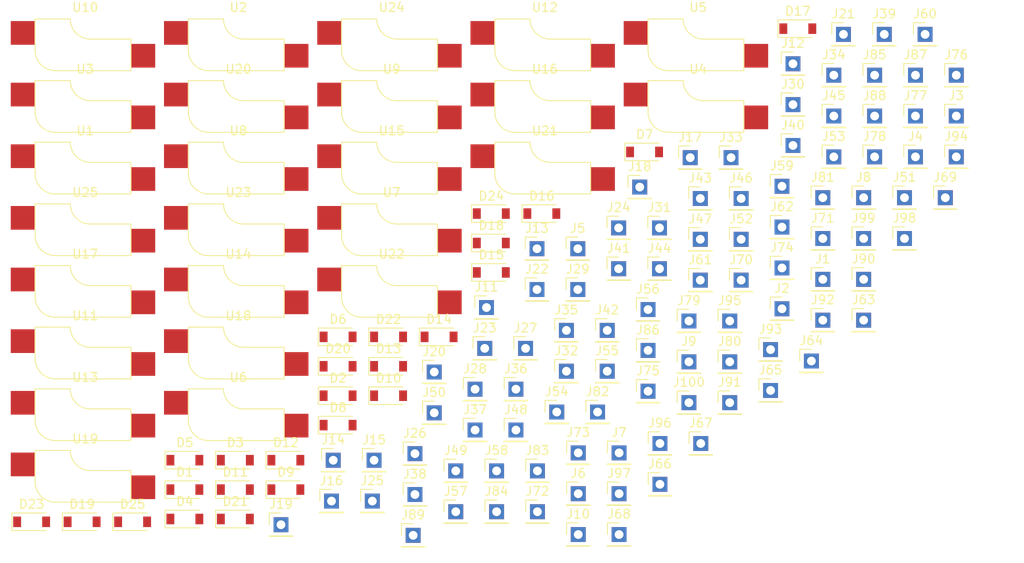
<source format=kicad_pcb>
(kicad_pcb (version 20171130) (host pcbnew "(5.1.10)-1")
  (layers (0 F.Cu signal) (31 B.Cu signal) (34 B.Paste user) (35 F.Paste user) (36 B.SilkS user) (37 F.SilkS user) (38 B.Mask user) (39 F.Mask user) (44 Edge.Cuts user))
  (net 0 "")
  (net 1 "Net-(D1-Pad2)")
  (net 2 R1)
  (net 3 "Net-(D2-Pad2)")
  (net 4 "Net-(D3-Pad2)")
  (net 5 "Net-(D4-Pad2)")
  (net 6 "Net-(D5-Pad2)")
  (net 7 "Net-(D6-Pad2)")
  (net 8 R2)
  (net 9 "Net-(D7-Pad2)")
  (net 10 "Net-(D8-Pad2)")
  (net 11 "Net-(D9-Pad2)")
  (net 12 "Net-(D10-Pad2)")
  (net 13 "Net-(D11-Pad2)")
  (net 14 R3)
  (net 15 "Net-(D12-Pad2)")
  (net 16 "Net-(D13-Pad2)")
  (net 17 "Net-(D14-Pad2)")
  (net 18 "Net-(D15-Pad2)")
  (net 19 "Net-(D16-Pad2)")
  (net 20 R4)
  (net 21 "Net-(D17-Pad2)")
  (net 22 "Net-(D18-Pad2)")
  (net 23 "Net-(D19-Pad2)")
  (net 24 "Net-(D20-Pad2)")
  (net 25 "Net-(D21-Pad2)")
  (net 26 R5)
  (net 27 "Net-(D22-Pad2)")
  (net 28 "Net-(D23-Pad2)")
  (net 29 "Net-(D24-Pad2)")
  (net 30 "Net-(D25-Pad2)")
  (net 31 C1)
  (net 32 C2)
  (net 33 C3)
  (net 34 C4)
  (net 35 C5)
  (module "hotswapsocket:hotswap socket" (layer F.Cu) (at 39.149999 49.055)
    (fp_text reference U25 (at 0 -5) (layer F.SilkS))
    (fp_text value switchsocket)
    (pad 2 smd rect (at -7.1 -2.1) (size 2.75 2.7) (layers F.Cu F.Paste F.Mask) (net 30 "Net-(D25-Pad2)"))
    (pad 1 smd rect (at 6.6 0.5) (size 2.75 2.7) (layers F.Cu F.Paste F.Mask) (net 35 C5))
    (pad "" np_thru_hole circle (at -3.35 -2.04) (size 3 3) (drill 3) (layers *.Cu *.Mask))
    (pad "" np_thru_hole circle (at 3 0.5) (size 3 3) (drill 3) (layers *.Cu *.Mask))
  )
  (module "hotswapsocket:hotswap socket" (layer F.Cu) (at 74.049999 27.995)
    (fp_text reference U24 (at 0 -5) (layer F.SilkS))
    (fp_text value switchsocket)
    (pad 2 smd rect (at -7.1 -2.1) (size 2.75 2.7) (layers F.Cu F.Paste F.Mask) (net 29 "Net-(D24-Pad2)"))
    (pad 1 smd rect (at 6.6 0.5) (size 2.75 2.7) (layers F.Cu F.Paste F.Mask) (net 34 C4))
    (pad "" np_thru_hole circle (at -3.35 -2.04) (size 3 3) (drill 3) (layers *.Cu *.Mask))
    (pad "" np_thru_hole circle (at 3 0.5) (size 3 3) (drill 3) (layers *.Cu *.Mask))
  )
  (module "hotswapsocket:hotswap socket" (layer F.Cu) (at 56.599999 49.055)
    (fp_text reference U23 (at 0 -5) (layer F.SilkS))
    (fp_text value switchsocket)
    (pad 2 smd rect (at -7.1 -2.1) (size 2.75 2.7) (layers F.Cu F.Paste F.Mask) (net 28 "Net-(D23-Pad2)"))
    (pad 1 smd rect (at 6.6 0.5) (size 2.75 2.7) (layers F.Cu F.Paste F.Mask) (net 33 C3))
    (pad "" np_thru_hole circle (at -3.35 -2.04) (size 3 3) (drill 3) (layers *.Cu *.Mask))
    (pad "" np_thru_hole circle (at 3 0.5) (size 3 3) (drill 3) (layers *.Cu *.Mask))
  )
  (module "hotswapsocket:hotswap socket" (layer F.Cu) (at 74.049999 56.075)
    (fp_text reference U22 (at 0 -5) (layer F.SilkS))
    (fp_text value switchsocket)
    (pad 2 smd rect (at -7.1 -2.1) (size 2.75 2.7) (layers F.Cu F.Paste F.Mask) (net 27 "Net-(D22-Pad2)"))
    (pad 1 smd rect (at 6.6 0.5) (size 2.75 2.7) (layers F.Cu F.Paste F.Mask) (net 32 C2))
    (pad "" np_thru_hole circle (at -3.35 -2.04) (size 3 3) (drill 3) (layers *.Cu *.Mask))
    (pad "" np_thru_hole circle (at 3 0.5) (size 3 3) (drill 3) (layers *.Cu *.Mask))
  )
  (module "hotswapsocket:hotswap socket" (layer F.Cu) (at 91.499999 42.035)
    (fp_text reference U21 (at 0 -5) (layer F.SilkS))
    (fp_text value switchsocket)
    (pad 2 smd rect (at -7.1 -2.1) (size 2.75 2.7) (layers F.Cu F.Paste F.Mask) (net 25 "Net-(D21-Pad2)"))
    (pad 1 smd rect (at 6.6 0.5) (size 2.75 2.7) (layers F.Cu F.Paste F.Mask) (net 31 C1))
    (pad "" np_thru_hole circle (at -3.35 -2.04) (size 3 3) (drill 3) (layers *.Cu *.Mask))
    (pad "" np_thru_hole circle (at 3 0.5) (size 3 3) (drill 3) (layers *.Cu *.Mask))
  )
  (module "hotswapsocket:hotswap socket" (layer F.Cu) (at 56.599999 35.015)
    (fp_text reference U20 (at 0 -5) (layer F.SilkS))
    (fp_text value switchsocket)
    (pad 2 smd rect (at -7.1 -2.1) (size 2.75 2.7) (layers F.Cu F.Paste F.Mask) (net 24 "Net-(D20-Pad2)"))
    (pad 1 smd rect (at 6.6 0.5) (size 2.75 2.7) (layers F.Cu F.Paste F.Mask) (net 35 C5))
    (pad "" np_thru_hole circle (at -3.35 -2.04) (size 3 3) (drill 3) (layers *.Cu *.Mask))
    (pad "" np_thru_hole circle (at 3 0.5) (size 3 3) (drill 3) (layers *.Cu *.Mask))
  )
  (module "hotswapsocket:hotswap socket" (layer F.Cu) (at 39.149999 77.135)
    (fp_text reference U19 (at 0 -5) (layer F.SilkS))
    (fp_text value switchsocket)
    (pad 2 smd rect (at -7.1 -2.1) (size 2.75 2.7) (layers F.Cu F.Paste F.Mask) (net 23 "Net-(D19-Pad2)"))
    (pad 1 smd rect (at 6.6 0.5) (size 2.75 2.7) (layers F.Cu F.Paste F.Mask) (net 34 C4))
    (pad "" np_thru_hole circle (at -3.35 -2.04) (size 3 3) (drill 3) (layers *.Cu *.Mask))
    (pad "" np_thru_hole circle (at 3 0.5) (size 3 3) (drill 3) (layers *.Cu *.Mask))
  )
  (module "hotswapsocket:hotswap socket" (layer F.Cu) (at 56.599999 63.095)
    (fp_text reference U18 (at 0 -5) (layer F.SilkS))
    (fp_text value switchsocket)
    (pad 2 smd rect (at -7.1 -2.1) (size 2.75 2.7) (layers F.Cu F.Paste F.Mask) (net 22 "Net-(D18-Pad2)"))
    (pad 1 smd rect (at 6.6 0.5) (size 2.75 2.7) (layers F.Cu F.Paste F.Mask) (net 33 C3))
    (pad "" np_thru_hole circle (at -3.35 -2.04) (size 3 3) (drill 3) (layers *.Cu *.Mask))
    (pad "" np_thru_hole circle (at 3 0.5) (size 3 3) (drill 3) (layers *.Cu *.Mask))
  )
  (module "hotswapsocket:hotswap socket" (layer F.Cu) (at 39.149999 56.075)
    (fp_text reference U17 (at 0 -5) (layer F.SilkS))
    (fp_text value switchsocket)
    (pad 2 smd rect (at -7.1 -2.1) (size 2.75 2.7) (layers F.Cu F.Paste F.Mask) (net 21 "Net-(D17-Pad2)"))
    (pad 1 smd rect (at 6.6 0.5) (size 2.75 2.7) (layers F.Cu F.Paste F.Mask) (net 32 C2))
    (pad "" np_thru_hole circle (at -3.35 -2.04) (size 3 3) (drill 3) (layers *.Cu *.Mask))
    (pad "" np_thru_hole circle (at 3 0.5) (size 3 3) (drill 3) (layers *.Cu *.Mask))
  )
  (module "hotswapsocket:hotswap socket" (layer F.Cu) (at 91.499999 35.015)
    (fp_text reference U16 (at 0 -5) (layer F.SilkS))
    (fp_text value switchsocket)
    (pad 2 smd rect (at -7.1 -2.1) (size 2.75 2.7) (layers F.Cu F.Paste F.Mask) (net 19 "Net-(D16-Pad2)"))
    (pad 1 smd rect (at 6.6 0.5) (size 2.75 2.7) (layers F.Cu F.Paste F.Mask) (net 31 C1))
    (pad "" np_thru_hole circle (at -3.35 -2.04) (size 3 3) (drill 3) (layers *.Cu *.Mask))
    (pad "" np_thru_hole circle (at 3 0.5) (size 3 3) (drill 3) (layers *.Cu *.Mask))
  )
  (module "hotswapsocket:hotswap socket" (layer F.Cu) (at 74.049999 42.035)
    (fp_text reference U15 (at 0 -5) (layer F.SilkS))
    (fp_text value switchsocket)
    (pad 2 smd rect (at -7.1 -2.1) (size 2.75 2.7) (layers F.Cu F.Paste F.Mask) (net 18 "Net-(D15-Pad2)"))
    (pad 1 smd rect (at 6.6 0.5) (size 2.75 2.7) (layers F.Cu F.Paste F.Mask) (net 35 C5))
    (pad "" np_thru_hole circle (at -3.35 -2.04) (size 3 3) (drill 3) (layers *.Cu *.Mask))
    (pad "" np_thru_hole circle (at 3 0.5) (size 3 3) (drill 3) (layers *.Cu *.Mask))
  )
  (module "hotswapsocket:hotswap socket" (layer F.Cu) (at 56.599999 56.075)
    (fp_text reference U14 (at 0 -5) (layer F.SilkS))
    (fp_text value switchsocket)
    (pad 2 smd rect (at -7.1 -2.1) (size 2.75 2.7) (layers F.Cu F.Paste F.Mask) (net 17 "Net-(D14-Pad2)"))
    (pad 1 smd rect (at 6.6 0.5) (size 2.75 2.7) (layers F.Cu F.Paste F.Mask) (net 34 C4))
    (pad "" np_thru_hole circle (at -3.35 -2.04) (size 3 3) (drill 3) (layers *.Cu *.Mask))
    (pad "" np_thru_hole circle (at 3 0.5) (size 3 3) (drill 3) (layers *.Cu *.Mask))
  )
  (module "hotswapsocket:hotswap socket" (layer F.Cu) (at 39.149999 70.115)
    (fp_text reference U13 (at 0 -5) (layer F.SilkS))
    (fp_text value switchsocket)
    (pad 2 smd rect (at -7.1 -2.1) (size 2.75 2.7) (layers F.Cu F.Paste F.Mask) (net 16 "Net-(D13-Pad2)"))
    (pad 1 smd rect (at 6.6 0.5) (size 2.75 2.7) (layers F.Cu F.Paste F.Mask) (net 33 C3))
    (pad "" np_thru_hole circle (at -3.35 -2.04) (size 3 3) (drill 3) (layers *.Cu *.Mask))
    (pad "" np_thru_hole circle (at 3 0.5) (size 3 3) (drill 3) (layers *.Cu *.Mask))
  )
  (module "hotswapsocket:hotswap socket" (layer F.Cu) (at 91.499999 27.995)
    (fp_text reference U12 (at 0 -5) (layer F.SilkS))
    (fp_text value switchsocket)
    (pad 2 smd rect (at -7.1 -2.1) (size 2.75 2.7) (layers F.Cu F.Paste F.Mask) (net 15 "Net-(D12-Pad2)"))
    (pad 1 smd rect (at 6.6 0.5) (size 2.75 2.7) (layers F.Cu F.Paste F.Mask) (net 32 C2))
    (pad "" np_thru_hole circle (at -3.35 -2.04) (size 3 3) (drill 3) (layers *.Cu *.Mask))
    (pad "" np_thru_hole circle (at 3 0.5) (size 3 3) (drill 3) (layers *.Cu *.Mask))
  )
  (module "hotswapsocket:hotswap socket" (layer F.Cu) (at 39.149999 63.095)
    (fp_text reference U11 (at 0 -5) (layer F.SilkS))
    (fp_text value switchsocket)
    (pad 2 smd rect (at -7.1 -2.1) (size 2.75 2.7) (layers F.Cu F.Paste F.Mask) (net 13 "Net-(D11-Pad2)"))
    (pad 1 smd rect (at 6.6 0.5) (size 2.75 2.7) (layers F.Cu F.Paste F.Mask) (net 31 C1))
    (pad "" np_thru_hole circle (at -3.35 -2.04) (size 3 3) (drill 3) (layers *.Cu *.Mask))
    (pad "" np_thru_hole circle (at 3 0.5) (size 3 3) (drill 3) (layers *.Cu *.Mask))
  )
  (module "hotswapsocket:hotswap socket" (layer F.Cu) (at 39.149999 27.995)
    (fp_text reference U10 (at 0 -5) (layer F.SilkS))
    (fp_text value switchsocket)
    (pad 2 smd rect (at -7.1 -2.1) (size 2.75 2.7) (layers F.Cu F.Paste F.Mask) (net 12 "Net-(D10-Pad2)"))
    (pad 1 smd rect (at 6.6 0.5) (size 2.75 2.7) (layers F.Cu F.Paste F.Mask) (net 35 C5))
    (pad "" np_thru_hole circle (at -3.35 -2.04) (size 3 3) (drill 3) (layers *.Cu *.Mask))
    (pad "" np_thru_hole circle (at 3 0.5) (size 3 3) (drill 3) (layers *.Cu *.Mask))
  )
  (module "hotswapsocket:hotswap socket" (layer F.Cu) (at 74.049999 35.015)
    (fp_text reference U9 (at 0 -5) (layer F.SilkS))
    (fp_text value switchsocket)
    (pad 2 smd rect (at -7.1 -2.1) (size 2.75 2.7) (layers F.Cu F.Paste F.Mask) (net 11 "Net-(D9-Pad2)"))
    (pad 1 smd rect (at 6.6 0.5) (size 2.75 2.7) (layers F.Cu F.Paste F.Mask) (net 34 C4))
    (pad "" np_thru_hole circle (at -3.35 -2.04) (size 3 3) (drill 3) (layers *.Cu *.Mask))
    (pad "" np_thru_hole circle (at 3 0.5) (size 3 3) (drill 3) (layers *.Cu *.Mask))
  )
  (module "hotswapsocket:hotswap socket" (layer F.Cu) (at 56.599999 42.035)
    (fp_text reference U8 (at 0 -5) (layer F.SilkS))
    (fp_text value switchsocket)
    (pad 2 smd rect (at -7.1 -2.1) (size 2.75 2.7) (layers F.Cu F.Paste F.Mask) (net 10 "Net-(D8-Pad2)"))
    (pad 1 smd rect (at 6.6 0.5) (size 2.75 2.7) (layers F.Cu F.Paste F.Mask) (net 33 C3))
    (pad "" np_thru_hole circle (at -3.35 -2.04) (size 3 3) (drill 3) (layers *.Cu *.Mask))
    (pad "" np_thru_hole circle (at 3 0.5) (size 3 3) (drill 3) (layers *.Cu *.Mask))
  )
  (module "hotswapsocket:hotswap socket" (layer F.Cu) (at 74.049999 49.055)
    (fp_text reference U7 (at 0 -5) (layer F.SilkS))
    (fp_text value switchsocket)
    (pad 2 smd rect (at -7.1 -2.1) (size 2.75 2.7) (layers F.Cu F.Paste F.Mask) (net 9 "Net-(D7-Pad2)"))
    (pad 1 smd rect (at 6.6 0.5) (size 2.75 2.7) (layers F.Cu F.Paste F.Mask) (net 32 C2))
    (pad "" np_thru_hole circle (at -3.35 -2.04) (size 3 3) (drill 3) (layers *.Cu *.Mask))
    (pad "" np_thru_hole circle (at 3 0.5) (size 3 3) (drill 3) (layers *.Cu *.Mask))
  )
  (module "hotswapsocket:hotswap socket" (layer F.Cu) (at 56.599999 70.115)
    (fp_text reference U6 (at 0 -5) (layer F.SilkS))
    (fp_text value switchsocket)
    (pad 2 smd rect (at -7.1 -2.1) (size 2.75 2.7) (layers F.Cu F.Paste F.Mask) (net 7 "Net-(D6-Pad2)"))
    (pad 1 smd rect (at 6.6 0.5) (size 2.75 2.7) (layers F.Cu F.Paste F.Mask) (net 31 C1))
    (pad "" np_thru_hole circle (at -3.35 -2.04) (size 3 3) (drill 3) (layers *.Cu *.Mask))
    (pad "" np_thru_hole circle (at 3 0.5) (size 3 3) (drill 3) (layers *.Cu *.Mask))
  )
  (module "hotswapsocket:hotswap socket" (layer F.Cu) (at 108.949999 27.995)
    (fp_text reference U5 (at 0 -5) (layer F.SilkS))
    (fp_text value switchsocket)
    (pad 2 smd rect (at -7.1 -2.1) (size 2.75 2.7) (layers F.Cu F.Paste F.Mask) (net 6 "Net-(D5-Pad2)"))
    (pad 1 smd rect (at 6.6 0.5) (size 2.75 2.7) (layers F.Cu F.Paste F.Mask) (net 35 C5))
    (pad "" np_thru_hole circle (at -3.35 -2.04) (size 3 3) (drill 3) (layers *.Cu *.Mask))
    (pad "" np_thru_hole circle (at 3 0.5) (size 3 3) (drill 3) (layers *.Cu *.Mask))
  )
  (module "hotswapsocket:hotswap socket" (layer F.Cu) (at 108.949999 35.015)
    (fp_text reference U4 (at 0 -5) (layer F.SilkS))
    (fp_text value switchsocket)
    (pad 2 smd rect (at -7.1 -2.1) (size 2.75 2.7) (layers F.Cu F.Paste F.Mask) (net 5 "Net-(D4-Pad2)"))
    (pad 1 smd rect (at 6.6 0.5) (size 2.75 2.7) (layers F.Cu F.Paste F.Mask) (net 34 C4))
    (pad "" np_thru_hole circle (at -3.35 -2.04) (size 3 3) (drill 3) (layers *.Cu *.Mask))
    (pad "" np_thru_hole circle (at 3 0.5) (size 3 3) (drill 3) (layers *.Cu *.Mask))
  )
  (module "hotswapsocket:hotswap socket" (layer F.Cu) (at 39.149999 35.015)
    (fp_text reference U3 (at 0 -5) (layer F.SilkS))
    (fp_text value switchsocket)
    (pad 2 smd rect (at -7.1 -2.1) (size 2.75 2.7) (layers F.Cu F.Paste F.Mask) (net 4 "Net-(D3-Pad2)"))
    (pad 1 smd rect (at 6.6 0.5) (size 2.75 2.7) (layers F.Cu F.Paste F.Mask) (net 33 C3))
    (pad "" np_thru_hole circle (at -3.35 -2.04) (size 3 3) (drill 3) (layers *.Cu *.Mask))
    (pad "" np_thru_hole circle (at 3 0.5) (size 3 3) (drill 3) (layers *.Cu *.Mask))
  )
  (module "hotswapsocket:hotswap socket" (layer F.Cu) (at 56.599999 27.995)
    (fp_text reference U2 (at 0 -5) (layer F.SilkS))
    (fp_text value switchsocket)
    (pad 2 smd rect (at -7.1 -2.1) (size 2.75 2.7) (layers F.Cu F.Paste F.Mask) (net 3 "Net-(D2-Pad2)"))
    (pad 1 smd rect (at 6.6 0.5) (size 2.75 2.7) (layers F.Cu F.Paste F.Mask) (net 32 C2))
    (pad "" np_thru_hole circle (at -3.35 -2.04) (size 3 3) (drill 3) (layers *.Cu *.Mask))
    (pad "" np_thru_hole circle (at 3 0.5) (size 3 3) (drill 3) (layers *.Cu *.Mask))
  )
  (module "hotswapsocket:hotswap socket" (layer F.Cu) (at 39.149999 42.035)
    (fp_text reference U1 (at 0 -5) (layer F.SilkS))
    (fp_text value switchsocket)
    (pad 2 smd rect (at -7.1 -2.1) (size 2.75 2.7) (layers F.Cu F.Paste F.Mask) (net 1 "Net-(D1-Pad2)"))
    (pad 1 smd rect (at 6.6 0.5) (size 2.75 2.7) (layers F.Cu F.Paste F.Mask) (net 31 C1))
    (pad "" np_thru_hole circle (at -3.35 -2.04) (size 3 3) (drill 3) (layers *.Cu *.Mask))
    (pad "" np_thru_hole circle (at 3 0.5) (size 3 3) (drill 3) (layers *.Cu *.Mask))
  )
  (module Connector_PinHeader_2.54mm:PinHeader_1x01_P2.54mm_Vertical (layer F.Cu) (at 107.9 68)
    (fp_text reference J100 (at 0 -2.33) (layer F.SilkS))
    (fp_text value Conn_01x01_Female)
    (pad 1 thru_hole rect (at 0 0) (size 1.7 1.7) (drill 1) (layers *.Cu *.Mask) (net 35 C5))
  )
  (module Connector_PinHeader_2.54mm:PinHeader_1x01_P2.54mm_Vertical (layer F.Cu) (at 127.8 49.31)
    (fp_text reference J99 (at 0 -2.33) (layer F.SilkS))
    (fp_text value Conn_01x01_Female)
    (pad 1 thru_hole rect (at 0 0) (size 1.7 1.7) (drill 1) (layers *.Cu *.Mask) (net 34 C4))
  )
  (module Connector_PinHeader_2.54mm:PinHeader_1x01_P2.54mm_Vertical (layer F.Cu) (at 132.45 49.31)
    (fp_text reference J98 (at 0 -2.33) (layer F.SilkS))
    (fp_text value Conn_01x01_Female)
    (pad 1 thru_hole rect (at 0 0) (size 1.7 1.7) (drill 1) (layers *.Cu *.Mask) (net 33 C3))
  )
  (module Connector_PinHeader_2.54mm:PinHeader_1x01_P2.54mm_Vertical (layer F.Cu) (at 99.95 78.37)
    (fp_text reference J97 (at 0 -2.33) (layer F.SilkS))
    (fp_text value Conn_01x01_Female)
    (pad 1 thru_hole rect (at 0 0) (size 1.7 1.7) (drill 1) (layers *.Cu *.Mask) (net 32 C2))
  )
  (module Connector_PinHeader_2.54mm:PinHeader_1x01_P2.54mm_Vertical (layer F.Cu) (at 104.6 72.65)
    (fp_text reference J96 (at 0 -2.33) (layer F.SilkS))
    (fp_text value Conn_01x01_Female)
    (pad 1 thru_hole rect (at 0 0) (size 1.7 1.7) (drill 1) (layers *.Cu *.Mask) (net 31 C1))
  )
  (module Connector_PinHeader_2.54mm:PinHeader_1x01_P2.54mm_Vertical (layer F.Cu) (at 112.55 58.7)
    (fp_text reference J95 (at 0 -2.33) (layer F.SilkS))
    (fp_text value Conn_01x01_Female)
    (pad 1 thru_hole rect (at 0 0) (size 1.7 1.7) (drill 1) (layers *.Cu *.Mask) (net 35 C5))
  )
  (module Connector_PinHeader_2.54mm:PinHeader_1x01_P2.54mm_Vertical (layer F.Cu) (at 138.35 40.01)
    (fp_text reference J94 (at 0 -2.33) (layer F.SilkS))
    (fp_text value Conn_01x01_Female)
    (pad 1 thru_hole rect (at 0 0) (size 1.7 1.7) (drill 1) (layers *.Cu *.Mask) (net 34 C4))
  )
  (module Connector_PinHeader_2.54mm:PinHeader_1x01_P2.54mm_Vertical (layer F.Cu) (at 117.2 61.96)
    (fp_text reference J93 (at 0 -2.33) (layer F.SilkS))
    (fp_text value Conn_01x01_Female)
    (pad 1 thru_hole rect (at 0 0) (size 1.7 1.7) (drill 1) (layers *.Cu *.Mask) (net 33 C3))
  )
  (module Connector_PinHeader_2.54mm:PinHeader_1x01_P2.54mm_Vertical (layer F.Cu) (at 123.15 58.61)
    (fp_text reference J92 (at 0 -2.33) (layer F.SilkS))
    (fp_text value Conn_01x01_Female)
    (pad 1 thru_hole rect (at 0 0) (size 1.7 1.7) (drill 1) (layers *.Cu *.Mask) (net 32 C2))
  )
  (module Connector_PinHeader_2.54mm:PinHeader_1x01_P2.54mm_Vertical (layer F.Cu) (at 112.55 68)
    (fp_text reference J91 (at 0 -2.33) (layer F.SilkS))
    (fp_text value Conn_01x01_Female)
    (pad 1 thru_hole rect (at 0 0) (size 1.7 1.7) (drill 1) (layers *.Cu *.Mask) (net 31 C1))
  )
  (module Connector_PinHeader_2.54mm:PinHeader_1x01_P2.54mm_Vertical (layer F.Cu) (at 127.8 53.96)
    (fp_text reference J90 (at 0 -2.33) (layer F.SilkS))
    (fp_text value Conn_01x01_Female)
    (pad 1 thru_hole rect (at 0 0) (size 1.7 1.7) (drill 1) (layers *.Cu *.Mask) (net 35 C5))
  )
  (module Connector_PinHeader_2.54mm:PinHeader_1x01_P2.54mm_Vertical (layer F.Cu) (at 76.5 83.11)
    (fp_text reference J89 (at 0 -2.33) (layer F.SilkS))
    (fp_text value Conn_01x01_Female)
    (pad 1 thru_hole rect (at 0 0) (size 1.7 1.7) (drill 1) (layers *.Cu *.Mask) (net 34 C4))
  )
  (module Connector_PinHeader_2.54mm:PinHeader_1x01_P2.54mm_Vertical (layer F.Cu) (at 129.05 35.36)
    (fp_text reference J88 (at 0 -2.33) (layer F.SilkS))
    (fp_text value Conn_01x01_Female)
    (pad 1 thru_hole rect (at 0 0) (size 1.7 1.7) (drill 1) (layers *.Cu *.Mask) (net 33 C3))
  )
  (module Connector_PinHeader_2.54mm:PinHeader_1x01_P2.54mm_Vertical (layer F.Cu) (at 133.7 30.71)
    (fp_text reference J87 (at 0 -2.33) (layer F.SilkS))
    (fp_text value Conn_01x01_Female)
    (pad 1 thru_hole rect (at 0 0) (size 1.7 1.7) (drill 1) (layers *.Cu *.Mask) (net 32 C2))
  )
  (module Connector_PinHeader_2.54mm:PinHeader_1x01_P2.54mm_Vertical (layer F.Cu) (at 103.25 62.05)
    (fp_text reference J86 (at 0 -2.33) (layer F.SilkS))
    (fp_text value Conn_01x01_Female)
    (pad 1 thru_hole rect (at 0 0) (size 1.7 1.7) (drill 1) (layers *.Cu *.Mask) (net 31 C1))
  )
  (module Connector_PinHeader_2.54mm:PinHeader_1x01_P2.54mm_Vertical (layer F.Cu) (at 129.05 30.71)
    (fp_text reference J85 (at 0 -2.33) (layer F.SilkS))
    (fp_text value Conn_01x01_Female)
    (pad 1 thru_hole rect (at 0 0) (size 1.7 1.7) (drill 1) (layers *.Cu *.Mask) (net 26 R5))
  )
  (module Connector_PinHeader_2.54mm:PinHeader_1x01_P2.54mm_Vertical (layer F.Cu) (at 86 80.42)
    (fp_text reference J84 (at 0 -2.33) (layer F.SilkS))
    (fp_text value Conn_01x01_Female)
    (pad 1 thru_hole rect (at 0 0) (size 1.7 1.7) (drill 1) (layers *.Cu *.Mask) (net 26 R5))
  )
  (module Connector_PinHeader_2.54mm:PinHeader_1x01_P2.54mm_Vertical (layer F.Cu) (at 90.65 75.77)
    (fp_text reference J83 (at 0 -2.33) (layer F.SilkS))
    (fp_text value Conn_01x01_Female)
    (pad 1 thru_hole rect (at 0 0) (size 1.7 1.7) (drill 1) (layers *.Cu *.Mask) (net 26 R5))
  )
  (module Connector_PinHeader_2.54mm:PinHeader_1x01_P2.54mm_Vertical (layer F.Cu) (at 97.5 69.07)
    (fp_text reference J82 (at 0 -2.33) (layer F.SilkS))
    (fp_text value Conn_01x01_Female)
    (pad 1 thru_hole rect (at 0 0) (size 1.7 1.7) (drill 1) (layers *.Cu *.Mask) (net 26 R5))
  )
  (module Connector_PinHeader_2.54mm:PinHeader_1x01_P2.54mm_Vertical (layer F.Cu) (at 123.15 44.66)
    (fp_text reference J81 (at 0 -2.33) (layer F.SilkS))
    (fp_text value Conn_01x01_Female)
    (pad 1 thru_hole rect (at 0 0) (size 1.7 1.7) (drill 1) (layers *.Cu *.Mask) (net 26 R5))
  )
  (module Connector_PinHeader_2.54mm:PinHeader_1x01_P2.54mm_Vertical (layer F.Cu) (at 112.55 63.35)
    (fp_text reference J80 (at 0 -2.33) (layer F.SilkS))
    (fp_text value Conn_01x01_Female)
    (pad 1 thru_hole rect (at 0 0) (size 1.7 1.7) (drill 1) (layers *.Cu *.Mask) (net 26 R5))
  )
  (module Connector_PinHeader_2.54mm:PinHeader_1x01_P2.54mm_Vertical (layer F.Cu) (at 107.9 58.7)
    (fp_text reference J79 (at 0 -2.33) (layer F.SilkS))
    (fp_text value Conn_01x01_Female)
    (pad 1 thru_hole rect (at 0 0) (size 1.7 1.7) (drill 1) (layers *.Cu *.Mask) (net 26 R5))
  )
  (module Connector_PinHeader_2.54mm:PinHeader_1x01_P2.54mm_Vertical (layer F.Cu) (at 129.05 40.01)
    (fp_text reference J78 (at 0 -2.33) (layer F.SilkS))
    (fp_text value Conn_01x01_Female)
    (pad 1 thru_hole rect (at 0 0) (size 1.7 1.7) (drill 1) (layers *.Cu *.Mask) (net 26 R5))
  )
  (module Connector_PinHeader_2.54mm:PinHeader_1x01_P2.54mm_Vertical (layer F.Cu) (at 133.7 35.36)
    (fp_text reference J77 (at 0 -2.33) (layer F.SilkS))
    (fp_text value Conn_01x01_Female)
    (pad 1 thru_hole rect (at 0 0) (size 1.7 1.7) (drill 1) (layers *.Cu *.Mask) (net 26 R5))
  )
  (module Connector_PinHeader_2.54mm:PinHeader_1x01_P2.54mm_Vertical (layer F.Cu) (at 138.35 30.71)
    (fp_text reference J76 (at 0 -2.33) (layer F.SilkS))
    (fp_text value Conn_01x01_Female)
    (pad 1 thru_hole rect (at 0 0) (size 1.7 1.7) (drill 1) (layers *.Cu *.Mask) (net 26 R5))
  )
  (module Connector_PinHeader_2.54mm:PinHeader_1x01_P2.54mm_Vertical (layer F.Cu) (at 103.25 66.7)
    (fp_text reference J75 (at 0 -2.33) (layer F.SilkS))
    (fp_text value Conn_01x01_Female)
    (pad 1 thru_hole rect (at 0 0) (size 1.7 1.7) (drill 1) (layers *.Cu *.Mask) (net 35 C5))
  )
  (module Connector_PinHeader_2.54mm:PinHeader_1x01_P2.54mm_Vertical (layer F.Cu) (at 118.5 52.66)
    (fp_text reference J74 (at 0 -2.33) (layer F.SilkS))
    (fp_text value Conn_01x01_Female)
    (pad 1 thru_hole rect (at 0 0) (size 1.7 1.7) (drill 1) (layers *.Cu *.Mask) (net 34 C4))
  )
  (module Connector_PinHeader_2.54mm:PinHeader_1x01_P2.54mm_Vertical (layer F.Cu) (at 95.3 73.72)
    (fp_text reference J73 (at 0 -2.33) (layer F.SilkS))
    (fp_text value Conn_01x01_Female)
    (pad 1 thru_hole rect (at 0 0) (size 1.7 1.7) (drill 1) (layers *.Cu *.Mask) (net 33 C3))
  )
  (module Connector_PinHeader_2.54mm:PinHeader_1x01_P2.54mm_Vertical (layer F.Cu) (at 90.65 80.42)
    (fp_text reference J72 (at 0 -2.33) (layer F.SilkS))
    (fp_text value Conn_01x01_Female)
    (pad 1 thru_hole rect (at 0 0) (size 1.7 1.7) (drill 1) (layers *.Cu *.Mask) (net 32 C2))
  )
  (module Connector_PinHeader_2.54mm:PinHeader_1x01_P2.54mm_Vertical (layer F.Cu) (at 123.15 49.31)
    (fp_text reference J71 (at 0 -2.33) (layer F.SilkS))
    (fp_text value Conn_01x01_Female)
    (pad 1 thru_hole rect (at 0 0) (size 1.7 1.7) (drill 1) (layers *.Cu *.Mask) (net 31 C1))
  )
  (module Connector_PinHeader_2.54mm:PinHeader_1x01_P2.54mm_Vertical (layer F.Cu) (at 113.85 54.05)
    (fp_text reference J70 (at 0 -2.33) (layer F.SilkS))
    (fp_text value Conn_01x01_Female)
    (pad 1 thru_hole rect (at 0 0) (size 1.7 1.7) (drill 1) (layers *.Cu *.Mask) (net 35 C5))
  )
  (module Connector_PinHeader_2.54mm:PinHeader_1x01_P2.54mm_Vertical (layer F.Cu) (at 137.1 44.66)
    (fp_text reference J69 (at 0 -2.33) (layer F.SilkS))
    (fp_text value Conn_01x01_Female)
    (pad 1 thru_hole rect (at 0 0) (size 1.7 1.7) (drill 1) (layers *.Cu *.Mask) (net 34 C4))
  )
  (module Connector_PinHeader_2.54mm:PinHeader_1x01_P2.54mm_Vertical (layer F.Cu) (at 99.95 83.02)
    (fp_text reference J68 (at 0 -2.33) (layer F.SilkS))
    (fp_text value Conn_01x01_Female)
    (pad 1 thru_hole rect (at 0 0) (size 1.7 1.7) (drill 1) (layers *.Cu *.Mask) (net 33 C3))
  )
  (module Connector_PinHeader_2.54mm:PinHeader_1x01_P2.54mm_Vertical (layer F.Cu) (at 109.25 72.65)
    (fp_text reference J67 (at 0 -2.33) (layer F.SilkS))
    (fp_text value Conn_01x01_Female)
    (pad 1 thru_hole rect (at 0 0) (size 1.7 1.7) (drill 1) (layers *.Cu *.Mask) (net 32 C2))
  )
  (module Connector_PinHeader_2.54mm:PinHeader_1x01_P2.54mm_Vertical (layer F.Cu) (at 104.6 77.3)
    (fp_text reference J66 (at 0 -2.33) (layer F.SilkS))
    (fp_text value Conn_01x01_Female)
    (pad 1 thru_hole rect (at 0 0) (size 1.7 1.7) (drill 1) (layers *.Cu *.Mask) (net 31 C1))
  )
  (module Connector_PinHeader_2.54mm:PinHeader_1x01_P2.54mm_Vertical (layer F.Cu) (at 117.2 66.61)
    (fp_text reference J65 (at 0 -2.33) (layer F.SilkS))
    (fp_text value Conn_01x01_Female)
    (pad 1 thru_hole rect (at 0 0) (size 1.7 1.7) (drill 1) (layers *.Cu *.Mask) (net 20 R4))
  )
  (module Connector_PinHeader_2.54mm:PinHeader_1x01_P2.54mm_Vertical (layer F.Cu) (at 121.85 63.26)
    (fp_text reference J64 (at 0 -2.33) (layer F.SilkS))
    (fp_text value Conn_01x01_Female)
    (pad 1 thru_hole rect (at 0 0) (size 1.7 1.7) (drill 1) (layers *.Cu *.Mask) (net 20 R4))
  )
  (module Connector_PinHeader_2.54mm:PinHeader_1x01_P2.54mm_Vertical (layer F.Cu) (at 127.8 58.61)
    (fp_text reference J63 (at 0 -2.33) (layer F.SilkS))
    (fp_text value Conn_01x01_Female)
    (pad 1 thru_hole rect (at 0 0) (size 1.7 1.7) (drill 1) (layers *.Cu *.Mask) (net 20 R4))
  )
  (module Connector_PinHeader_2.54mm:PinHeader_1x01_P2.54mm_Vertical (layer F.Cu) (at 118.5 48.01)
    (fp_text reference J62 (at 0 -2.33) (layer F.SilkS))
    (fp_text value Conn_01x01_Female)
    (pad 1 thru_hole rect (at 0 0) (size 1.7 1.7) (drill 1) (layers *.Cu *.Mask) (net 20 R4))
  )
  (module Connector_PinHeader_2.54mm:PinHeader_1x01_P2.54mm_Vertical (layer F.Cu) (at 109.2 54.05)
    (fp_text reference J61 (at 0 -2.33) (layer F.SilkS))
    (fp_text value Conn_01x01_Female)
    (pad 1 thru_hole rect (at 0 0) (size 1.7 1.7) (drill 1) (layers *.Cu *.Mask) (net 20 R4))
  )
  (module Connector_PinHeader_2.54mm:PinHeader_1x01_P2.54mm_Vertical (layer F.Cu) (at 134.8 26.06)
    (fp_text reference J60 (at 0 -2.33) (layer F.SilkS))
    (fp_text value Conn_01x01_Female)
    (pad 1 thru_hole rect (at 0 0) (size 1.7 1.7) (drill 1) (layers *.Cu *.Mask) (net 20 R4))
  )
  (module Connector_PinHeader_2.54mm:PinHeader_1x01_P2.54mm_Vertical (layer F.Cu) (at 118.5 43.36)
    (fp_text reference J59 (at 0 -2.33) (layer F.SilkS))
    (fp_text value Conn_01x01_Female)
    (pad 1 thru_hole rect (at 0 0) (size 1.7 1.7) (drill 1) (layers *.Cu *.Mask) (net 20 R4))
  )
  (module Connector_PinHeader_2.54mm:PinHeader_1x01_P2.54mm_Vertical (layer F.Cu) (at 86 75.77)
    (fp_text reference J58 (at 0 -2.33) (layer F.SilkS))
    (fp_text value Conn_01x01_Female)
    (pad 1 thru_hole rect (at 0 0) (size 1.7 1.7) (drill 1) (layers *.Cu *.Mask) (net 20 R4))
  )
  (module Connector_PinHeader_2.54mm:PinHeader_1x01_P2.54mm_Vertical (layer F.Cu) (at 81.35 80.42)
    (fp_text reference J57 (at 0 -2.33) (layer F.SilkS))
    (fp_text value Conn_01x01_Female)
    (pad 1 thru_hole rect (at 0 0) (size 1.7 1.7) (drill 1) (layers *.Cu *.Mask) (net 20 R4))
  )
  (module Connector_PinHeader_2.54mm:PinHeader_1x01_P2.54mm_Vertical (layer F.Cu) (at 103.25 57.4)
    (fp_text reference J56 (at 0 -2.33) (layer F.SilkS))
    (fp_text value Conn_01x01_Female)
    (pad 1 thru_hole rect (at 0 0) (size 1.7 1.7) (drill 1) (layers *.Cu *.Mask) (net 20 R4))
  )
  (module Connector_PinHeader_2.54mm:PinHeader_1x01_P2.54mm_Vertical (layer F.Cu) (at 98.6 64.42)
    (fp_text reference J55 (at 0 -2.33) (layer F.SilkS))
    (fp_text value Conn_01x01_Female)
    (pad 1 thru_hole rect (at 0 0) (size 1.7 1.7) (drill 1) (layers *.Cu *.Mask) (net 35 C5))
  )
  (module Connector_PinHeader_2.54mm:PinHeader_1x01_P2.54mm_Vertical (layer F.Cu) (at 92.85 69.07)
    (fp_text reference J54 (at 0 -2.33) (layer F.SilkS))
    (fp_text value Conn_01x01_Female)
    (pad 1 thru_hole rect (at 0 0) (size 1.7 1.7) (drill 1) (layers *.Cu *.Mask) (net 34 C4))
  )
  (module Connector_PinHeader_2.54mm:PinHeader_1x01_P2.54mm_Vertical (layer F.Cu) (at 124.4 40.01)
    (fp_text reference J53 (at 0 -2.33) (layer F.SilkS))
    (fp_text value Conn_01x01_Female)
    (pad 1 thru_hole rect (at 0 0) (size 1.7 1.7) (drill 1) (layers *.Cu *.Mask) (net 33 C3))
  )
  (module Connector_PinHeader_2.54mm:PinHeader_1x01_P2.54mm_Vertical (layer F.Cu) (at 113.85 49.4)
    (fp_text reference J52 (at 0 -2.33) (layer F.SilkS))
    (fp_text value Conn_01x01_Female)
    (pad 1 thru_hole rect (at 0 0) (size 1.7 1.7) (drill 1) (layers *.Cu *.Mask) (net 32 C2))
  )
  (module Connector_PinHeader_2.54mm:PinHeader_1x01_P2.54mm_Vertical (layer F.Cu) (at 132.45 44.66)
    (fp_text reference J51 (at 0 -2.33) (layer F.SilkS))
    (fp_text value Conn_01x01_Female)
    (pad 1 thru_hole rect (at 0 0) (size 1.7 1.7) (drill 1) (layers *.Cu *.Mask) (net 31 C1))
  )
  (module Connector_PinHeader_2.54mm:PinHeader_1x01_P2.54mm_Vertical (layer F.Cu) (at 78.9 69.16)
    (fp_text reference J50 (at 0 -2.33) (layer F.SilkS))
    (fp_text value Conn_01x01_Female)
    (pad 1 thru_hole rect (at 0 0) (size 1.7 1.7) (drill 1) (layers *.Cu *.Mask) (net 35 C5))
  )
  (module Connector_PinHeader_2.54mm:PinHeader_1x01_P2.54mm_Vertical (layer F.Cu) (at 81.35 75.77)
    (fp_text reference J49 (at 0 -2.33) (layer F.SilkS))
    (fp_text value Conn_01x01_Female)
    (pad 1 thru_hole rect (at 0 0) (size 1.7 1.7) (drill 1) (layers *.Cu *.Mask) (net 34 C4))
  )
  (module Connector_PinHeader_2.54mm:PinHeader_1x01_P2.54mm_Vertical (layer F.Cu) (at 88.2 71.12)
    (fp_text reference J48 (at 0 -2.33) (layer F.SilkS))
    (fp_text value Conn_01x01_Female)
    (pad 1 thru_hole rect (at 0 0) (size 1.7 1.7) (drill 1) (layers *.Cu *.Mask) (net 33 C3))
  )
  (module Connector_PinHeader_2.54mm:PinHeader_1x01_P2.54mm_Vertical (layer F.Cu) (at 109.2 49.4)
    (fp_text reference J47 (at 0 -2.33) (layer F.SilkS))
    (fp_text value Conn_01x01_Female)
    (pad 1 thru_hole rect (at 0 0) (size 1.7 1.7) (drill 1) (layers *.Cu *.Mask) (net 32 C2))
  )
  (module Connector_PinHeader_2.54mm:PinHeader_1x01_P2.54mm_Vertical (layer F.Cu) (at 113.85 44.75)
    (fp_text reference J46 (at 0 -2.33) (layer F.SilkS))
    (fp_text value Conn_01x01_Female)
    (pad 1 thru_hole rect (at 0 0) (size 1.7 1.7) (drill 1) (layers *.Cu *.Mask) (net 31 C1))
  )
  (module Connector_PinHeader_2.54mm:PinHeader_1x01_P2.54mm_Vertical (layer F.Cu) (at 124.4 35.36)
    (fp_text reference J45 (at 0 -2.33) (layer F.SilkS))
    (fp_text value Conn_01x01_Female)
    (pad 1 thru_hole rect (at 0 0) (size 1.7 1.7) (drill 1) (layers *.Cu *.Mask) (net 14 R3))
  )
  (module Connector_PinHeader_2.54mm:PinHeader_1x01_P2.54mm_Vertical (layer F.Cu) (at 104.55 52.75)
    (fp_text reference J44 (at 0 -2.33) (layer F.SilkS))
    (fp_text value Conn_01x01_Female)
    (pad 1 thru_hole rect (at 0 0) (size 1.7 1.7) (drill 1) (layers *.Cu *.Mask) (net 14 R3))
  )
  (module Connector_PinHeader_2.54mm:PinHeader_1x01_P2.54mm_Vertical (layer F.Cu) (at 109.2 44.75)
    (fp_text reference J43 (at 0 -2.33) (layer F.SilkS))
    (fp_text value Conn_01x01_Female)
    (pad 1 thru_hole rect (at 0 0) (size 1.7 1.7) (drill 1) (layers *.Cu *.Mask) (net 14 R3))
  )
  (module Connector_PinHeader_2.54mm:PinHeader_1x01_P2.54mm_Vertical (layer F.Cu) (at 98.6 59.77)
    (fp_text reference J42 (at 0 -2.33) (layer F.SilkS))
    (fp_text value Conn_01x01_Female)
    (pad 1 thru_hole rect (at 0 0) (size 1.7 1.7) (drill 1) (layers *.Cu *.Mask) (net 14 R3))
  )
  (module Connector_PinHeader_2.54mm:PinHeader_1x01_P2.54mm_Vertical (layer F.Cu) (at 99.9 52.75)
    (fp_text reference J41 (at 0 -2.33) (layer F.SilkS))
    (fp_text value Conn_01x01_Female)
    (pad 1 thru_hole rect (at 0 0) (size 1.7 1.7) (drill 1) (layers *.Cu *.Mask) (net 14 R3))
  )
  (module Connector_PinHeader_2.54mm:PinHeader_1x01_P2.54mm_Vertical (layer F.Cu) (at 119.75 38.71)
    (fp_text reference J40 (at 0 -2.33) (layer F.SilkS))
    (fp_text value Conn_01x01_Female)
    (pad 1 thru_hole rect (at 0 0) (size 1.7 1.7) (drill 1) (layers *.Cu *.Mask) (net 14 R3))
  )
  (module Connector_PinHeader_2.54mm:PinHeader_1x01_P2.54mm_Vertical (layer F.Cu) (at 130.15 26.06)
    (fp_text reference J39 (at 0 -2.33) (layer F.SilkS))
    (fp_text value Conn_01x01_Female)
    (pad 1 thru_hole rect (at 0 0) (size 1.7 1.7) (drill 1) (layers *.Cu *.Mask) (net 14 R3))
  )
  (module Connector_PinHeader_2.54mm:PinHeader_1x01_P2.54mm_Vertical (layer F.Cu) (at 76.7 78.46)
    (fp_text reference J38 (at 0 -2.33) (layer F.SilkS))
    (fp_text value Conn_01x01_Female)
    (pad 1 thru_hole rect (at 0 0) (size 1.7 1.7) (drill 1) (layers *.Cu *.Mask) (net 14 R3))
  )
  (module Connector_PinHeader_2.54mm:PinHeader_1x01_P2.54mm_Vertical (layer F.Cu) (at 83.55 71.12)
    (fp_text reference J37 (at 0 -2.33) (layer F.SilkS))
    (fp_text value Conn_01x01_Female)
    (pad 1 thru_hole rect (at 0 0) (size 1.7 1.7) (drill 1) (layers *.Cu *.Mask) (net 14 R3))
  )
  (module Connector_PinHeader_2.54mm:PinHeader_1x01_P2.54mm_Vertical (layer F.Cu) (at 88.2 66.47)
    (fp_text reference J36 (at 0 -2.33) (layer F.SilkS))
    (fp_text value Conn_01x01_Female)
    (pad 1 thru_hole rect (at 0 0) (size 1.7 1.7) (drill 1) (layers *.Cu *.Mask) (net 14 R3))
  )
  (module Connector_PinHeader_2.54mm:PinHeader_1x01_P2.54mm_Vertical (layer F.Cu) (at 93.95 59.77)
    (fp_text reference J35 (at 0 -2.33) (layer F.SilkS))
    (fp_text value Conn_01x01_Female)
    (pad 1 thru_hole rect (at 0 0) (size 1.7 1.7) (drill 1) (layers *.Cu *.Mask) (net 35 C5))
  )
  (module Connector_PinHeader_2.54mm:PinHeader_1x01_P2.54mm_Vertical (layer F.Cu) (at 124.4 30.71)
    (fp_text reference J34 (at 0 -2.33) (layer F.SilkS))
    (fp_text value Conn_01x01_Female)
    (pad 1 thru_hole rect (at 0 0) (size 1.7 1.7) (drill 1) (layers *.Cu *.Mask) (net 34 C4))
  )
  (module Connector_PinHeader_2.54mm:PinHeader_1x01_P2.54mm_Vertical (layer F.Cu) (at 112.7 40.1)
    (fp_text reference J33 (at 0 -2.33) (layer F.SilkS))
    (fp_text value Conn_01x01_Female)
    (pad 1 thru_hole rect (at 0 0) (size 1.7 1.7) (drill 1) (layers *.Cu *.Mask) (net 33 C3))
  )
  (module Connector_PinHeader_2.54mm:PinHeader_1x01_P2.54mm_Vertical (layer F.Cu) (at 93.95 64.42)
    (fp_text reference J32 (at 0 -2.33) (layer F.SilkS))
    (fp_text value Conn_01x01_Female)
    (pad 1 thru_hole rect (at 0 0) (size 1.7 1.7) (drill 1) (layers *.Cu *.Mask) (net 32 C2))
  )
  (module Connector_PinHeader_2.54mm:PinHeader_1x01_P2.54mm_Vertical (layer F.Cu) (at 104.55 48.1)
    (fp_text reference J31 (at 0 -2.33) (layer F.SilkS))
    (fp_text value Conn_01x01_Female)
    (pad 1 thru_hole rect (at 0 0) (size 1.7 1.7) (drill 1) (layers *.Cu *.Mask) (net 31 C1))
  )
  (module Connector_PinHeader_2.54mm:PinHeader_1x01_P2.54mm_Vertical (layer F.Cu) (at 119.75 34.06)
    (fp_text reference J30 (at 0 -2.33) (layer F.SilkS))
    (fp_text value Conn_01x01_Female)
    (pad 1 thru_hole rect (at 0 0) (size 1.7 1.7) (drill 1) (layers *.Cu *.Mask) (net 8 R2))
  )
  (module Connector_PinHeader_2.54mm:PinHeader_1x01_P2.54mm_Vertical (layer F.Cu) (at 95.25 55.12)
    (fp_text reference J29 (at 0 -2.33) (layer F.SilkS))
    (fp_text value Conn_01x01_Female)
    (pad 1 thru_hole rect (at 0 0) (size 1.7 1.7) (drill 1) (layers *.Cu *.Mask) (net 8 R2))
  )
  (module Connector_PinHeader_2.54mm:PinHeader_1x01_P2.54mm_Vertical (layer F.Cu) (at 83.55 66.47)
    (fp_text reference J28 (at 0 -2.33) (layer F.SilkS))
    (fp_text value Conn_01x01_Female)
    (pad 1 thru_hole rect (at 0 0) (size 1.7 1.7) (drill 1) (layers *.Cu *.Mask) (net 35 C5))
  )
  (module Connector_PinHeader_2.54mm:PinHeader_1x01_P2.54mm_Vertical (layer F.Cu) (at 89.3 61.82)
    (fp_text reference J27 (at 0 -2.33) (layer F.SilkS))
    (fp_text value Conn_01x01_Female)
    (pad 1 thru_hole rect (at 0 0) (size 1.7 1.7) (drill 1) (layers *.Cu *.Mask) (net 8 R2))
  )
  (module Connector_PinHeader_2.54mm:PinHeader_1x01_P2.54mm_Vertical (layer F.Cu) (at 76.7 73.81)
    (fp_text reference J26 (at 0 -2.33) (layer F.SilkS))
    (fp_text value Conn_01x01_Female)
    (pad 1 thru_hole rect (at 0 0) (size 1.7 1.7) (drill 1) (layers *.Cu *.Mask) (net 8 R2))
  )
  (module Connector_PinHeader_2.54mm:PinHeader_1x01_P2.54mm_Vertical (layer F.Cu) (at 71.85 79.21)
    (fp_text reference J25 (at 0 -2.33) (layer F.SilkS))
    (fp_text value Conn_01x01_Female)
    (pad 1 thru_hole rect (at 0 0) (size 1.7 1.7) (drill 1) (layers *.Cu *.Mask) (net 34 C4))
  )
  (module Connector_PinHeader_2.54mm:PinHeader_1x01_P2.54mm_Vertical (layer F.Cu) (at 99.9 48.1)
    (fp_text reference J24 (at 0 -2.33) (layer F.SilkS))
    (fp_text value Conn_01x01_Female)
    (pad 1 thru_hole rect (at 0 0) (size 1.7 1.7) (drill 1) (layers *.Cu *.Mask) (net 8 R2))
  )
  (module Connector_PinHeader_2.54mm:PinHeader_1x01_P2.54mm_Vertical (layer F.Cu) (at 84.65 61.82)
    (fp_text reference J23 (at 0 -2.33) (layer F.SilkS))
    (fp_text value Conn_01x01_Female)
    (pad 1 thru_hole rect (at 0 0) (size 1.7 1.7) (drill 1) (layers *.Cu *.Mask) (net 8 R2))
  )
  (module Connector_PinHeader_2.54mm:PinHeader_1x01_P2.54mm_Vertical (layer F.Cu) (at 90.6 55.12)
    (fp_text reference J22 (at 0 -2.33) (layer F.SilkS))
    (fp_text value Conn_01x01_Female)
    (pad 1 thru_hole rect (at 0 0) (size 1.7 1.7) (drill 1) (layers *.Cu *.Mask) (net 33 C3))
  )
  (module Connector_PinHeader_2.54mm:PinHeader_1x01_P2.54mm_Vertical (layer F.Cu) (at 125.5 26.06)
    (fp_text reference J21 (at 0 -2.33) (layer F.SilkS))
    (fp_text value Conn_01x01_Female)
    (pad 1 thru_hole rect (at 0 0) (size 1.7 1.7) (drill 1) (layers *.Cu *.Mask) (net 8 R2))
  )
  (module Connector_PinHeader_2.54mm:PinHeader_1x01_P2.54mm_Vertical (layer F.Cu) (at 78.9 64.51)
    (fp_text reference J20 (at 0 -2.33) (layer F.SilkS))
    (fp_text value Conn_01x01_Female)
    (pad 1 thru_hole rect (at 0 0) (size 1.7 1.7) (drill 1) (layers *.Cu *.Mask) (net 8 R2))
  )
  (module Connector_PinHeader_2.54mm:PinHeader_1x01_P2.54mm_Vertical (layer F.Cu) (at 61.45 81.9)
    (fp_text reference J19 (at 0 -2.33) (layer F.SilkS))
    (fp_text value Conn_01x01_Female)
    (pad 1 thru_hole rect (at 0 0) (size 1.7 1.7) (drill 1) (layers *.Cu *.Mask) (net 32 C2))
  )
  (module Connector_PinHeader_2.54mm:PinHeader_1x01_P2.54mm_Vertical (layer F.Cu) (at 102.3 43.45)
    (fp_text reference J18 (at 0 -2.33) (layer F.SilkS))
    (fp_text value Conn_01x01_Female)
    (pad 1 thru_hole rect (at 0 0) (size 1.7 1.7) (drill 1) (layers *.Cu *.Mask) (net 8 R2))
  )
  (module Connector_PinHeader_2.54mm:PinHeader_1x01_P2.54mm_Vertical (layer F.Cu) (at 108.05 40.1)
    (fp_text reference J17 (at 0 -2.33) (layer F.SilkS))
    (fp_text value Conn_01x01_Female)
    (pad 1 thru_hole rect (at 0 0) (size 1.7 1.7) (drill 1) (layers *.Cu *.Mask) (net 8 R2))
  )
  (module Connector_PinHeader_2.54mm:PinHeader_1x01_P2.54mm_Vertical (layer F.Cu) (at 67.2 79.21)
    (fp_text reference J16 (at 0 -2.33) (layer F.SilkS))
    (fp_text value Conn_01x01_Female)
    (pad 1 thru_hole rect (at 0 0) (size 1.7 1.7) (drill 1) (layers *.Cu *.Mask) (net 31 C1))
  )
  (module Connector_PinHeader_2.54mm:PinHeader_1x01_P2.54mm_Vertical (layer F.Cu) (at 72.05 74.56)
    (fp_text reference J15 (at 0 -2.33) (layer F.SilkS))
    (fp_text value Conn_01x01_Female)
    (pad 1 thru_hole rect (at 0 0) (size 1.7 1.7) (drill 1) (layers *.Cu *.Mask) (net 35 C5))
  )
  (module Connector_PinHeader_2.54mm:PinHeader_1x01_P2.54mm_Vertical (layer F.Cu) (at 67.4 74.56)
    (fp_text reference J14 (at 0 -2.33) (layer F.SilkS))
    (fp_text value Conn_01x01_Female)
    (pad 1 thru_hole rect (at 0 0) (size 1.7 1.7) (drill 1) (layers *.Cu *.Mask) (net 34 C4))
  )
  (module Connector_PinHeader_2.54mm:PinHeader_1x01_P2.54mm_Vertical (layer F.Cu) (at 90.6 50.47)
    (fp_text reference J13 (at 0 -2.33) (layer F.SilkS))
    (fp_text value Conn_01x01_Female)
    (pad 1 thru_hole rect (at 0 0) (size 1.7 1.7) (drill 1) (layers *.Cu *.Mask) (net 33 C3))
  )
  (module Connector_PinHeader_2.54mm:PinHeader_1x01_P2.54mm_Vertical (layer F.Cu) (at 119.75 29.41)
    (fp_text reference J12 (at 0 -2.33) (layer F.SilkS))
    (fp_text value Conn_01x01_Female)
    (pad 1 thru_hole rect (at 0 0) (size 1.7 1.7) (drill 1) (layers *.Cu *.Mask) (net 32 C2))
  )
  (module Connector_PinHeader_2.54mm:PinHeader_1x01_P2.54mm_Vertical (layer F.Cu) (at 84.85 57.17)
    (fp_text reference J11 (at 0 -2.33) (layer F.SilkS))
    (fp_text value Conn_01x01_Female)
    (pad 1 thru_hole rect (at 0 0) (size 1.7 1.7) (drill 1) (layers *.Cu *.Mask) (net 31 C1))
  )
  (module Connector_PinHeader_2.54mm:PinHeader_1x01_P2.54mm_Vertical (layer F.Cu) (at 95.3 83.02)
    (fp_text reference J10 (at 0 -2.33) (layer F.SilkS))
    (fp_text value Conn_01x01_Female)
    (pad 1 thru_hole rect (at 0 0) (size 1.7 1.7) (drill 1) (layers *.Cu *.Mask) (net 2 R1))
  )
  (module Connector_PinHeader_2.54mm:PinHeader_1x01_P2.54mm_Vertical (layer F.Cu) (at 107.9 63.35)
    (fp_text reference J9 (at 0 -2.33) (layer F.SilkS))
    (fp_text value Conn_01x01_Female)
    (pad 1 thru_hole rect (at 0 0) (size 1.7 1.7) (drill 1) (layers *.Cu *.Mask) (net 2 R1))
  )
  (module Connector_PinHeader_2.54mm:PinHeader_1x01_P2.54mm_Vertical (layer F.Cu) (at 127.8 44.66)
    (fp_text reference J8 (at 0 -2.33) (layer F.SilkS))
    (fp_text value Conn_01x01_Female)
    (pad 1 thru_hole rect (at 0 0) (size 1.7 1.7) (drill 1) (layers *.Cu *.Mask) (net 2 R1))
  )
  (module Connector_PinHeader_2.54mm:PinHeader_1x01_P2.54mm_Vertical (layer F.Cu) (at 99.95 73.72)
    (fp_text reference J7 (at 0 -2.33) (layer F.SilkS))
    (fp_text value Conn_01x01_Female)
    (pad 1 thru_hole rect (at 0 0) (size 1.7 1.7) (drill 1) (layers *.Cu *.Mask) (net 2 R1))
  )
  (module Connector_PinHeader_2.54mm:PinHeader_1x01_P2.54mm_Vertical (layer F.Cu) (at 95.3 78.37)
    (fp_text reference J6 (at 0 -2.33) (layer F.SilkS))
    (fp_text value Conn_01x01_Female)
    (pad 1 thru_hole rect (at 0 0) (size 1.7 1.7) (drill 1) (layers *.Cu *.Mask) (net 2 R1))
  )
  (module Connector_PinHeader_2.54mm:PinHeader_1x01_P2.54mm_Vertical (layer F.Cu) (at 95.25 50.47)
    (fp_text reference J5 (at 0 -2.33) (layer F.SilkS))
    (fp_text value Conn_01x01_Female)
    (pad 1 thru_hole rect (at 0 0) (size 1.7 1.7) (drill 1) (layers *.Cu *.Mask) (net 2 R1))
  )
  (module Connector_PinHeader_2.54mm:PinHeader_1x01_P2.54mm_Vertical (layer F.Cu) (at 133.7 40.01)
    (fp_text reference J4 (at 0 -2.33) (layer F.SilkS))
    (fp_text value Conn_01x01_Female)
    (pad 1 thru_hole rect (at 0 0) (size 1.7 1.7) (drill 1) (layers *.Cu *.Mask) (net 2 R1))
  )
  (module Connector_PinHeader_2.54mm:PinHeader_1x01_P2.54mm_Vertical (layer F.Cu) (at 138.35 35.36)
    (fp_text reference J3 (at 0 -2.33) (layer F.SilkS))
    (fp_text value Conn_01x01_Female)
    (pad 1 thru_hole rect (at 0 0) (size 1.7 1.7) (drill 1) (layers *.Cu *.Mask) (net 2 R1))
  )
  (module Connector_PinHeader_2.54mm:PinHeader_1x01_P2.54mm_Vertical (layer F.Cu) (at 118.5 57.31)
    (fp_text reference J2 (at 0 -2.33) (layer F.SilkS))
    (fp_text value Conn_01x01_Female)
    (pad 1 thru_hole rect (at 0 0) (size 1.7 1.7) (drill 1) (layers *.Cu *.Mask) (net 2 R1))
  )
  (module Connector_PinHeader_2.54mm:PinHeader_1x01_P2.54mm_Vertical (layer F.Cu) (at 123.15 53.96)
    (fp_text reference J1 (at 0 -2.33) (layer F.SilkS))
    (fp_text value Conn_01x01_Female)
    (pad 1 thru_hole rect (at 0 0) (size 1.7 1.7) (drill 1) (layers *.Cu *.Mask) (net 2 R1))
  )
  (module Diode_SMD:D_SOD-123 (layer F.Cu) (at 44.55 81.57)
    (fp_text reference D25 (at 0 -2) (layer F.SilkS))
    (fp_text value 1N4148W)
    (pad 2 smd rect (at 1.65 0) (size 0.9 1.2) (layers F.Cu F.Paste F.Mask) (net 30 "Net-(D25-Pad2)"))
    (pad 1 smd rect (at -1.65 0) (size 0.9 1.2) (layers F.Cu F.Paste F.Mask) (net 26 R5))
  )
  (module Diode_SMD:D_SOD-123 (layer F.Cu) (at 85.4 46.47)
    (fp_text reference D24 (at 0 -2) (layer F.SilkS))
    (fp_text value 1N4148W)
    (pad 2 smd rect (at 1.65 0) (size 0.9 1.2) (layers F.Cu F.Paste F.Mask) (net 29 "Net-(D24-Pad2)"))
    (pad 1 smd rect (at -1.65 0) (size 0.9 1.2) (layers F.Cu F.Paste F.Mask) (net 26 R5))
  )
  (module Diode_SMD:D_SOD-123 (layer F.Cu) (at 33.05 81.57)
    (fp_text reference D23 (at 0 -2) (layer F.SilkS))
    (fp_text value 1N4148W)
    (pad 2 smd rect (at 1.65 0) (size 0.9 1.2) (layers F.Cu F.Paste F.Mask) (net 28 "Net-(D23-Pad2)"))
    (pad 1 smd rect (at -1.65 0) (size 0.9 1.2) (layers F.Cu F.Paste F.Mask) (net 26 R5))
  )
  (module Diode_SMD:D_SOD-123 (layer F.Cu) (at 73.7 60.51)
    (fp_text reference D22 (at 0 -2) (layer F.SilkS))
    (fp_text value 1N4148W)
    (pad 2 smd rect (at 1.65 0) (size 0.9 1.2) (layers F.Cu F.Paste F.Mask) (net 27 "Net-(D22-Pad2)"))
    (pad 1 smd rect (at -1.65 0) (size 0.9 1.2) (layers F.Cu F.Paste F.Mask) (net 26 R5))
  )
  (module Diode_SMD:D_SOD-123 (layer F.Cu) (at 56.25 81.25)
    (fp_text reference D21 (at 0 -2) (layer F.SilkS))
    (fp_text value 1N4148W)
    (pad 2 smd rect (at 1.65 0) (size 0.9 1.2) (layers F.Cu F.Paste F.Mask) (net 25 "Net-(D21-Pad2)"))
    (pad 1 smd rect (at -1.65 0) (size 0.9 1.2) (layers F.Cu F.Paste F.Mask) (net 26 R5))
  )
  (module Diode_SMD:D_SOD-123 (layer F.Cu) (at 67.95 63.86)
    (fp_text reference D20 (at 0 -2) (layer F.SilkS))
    (fp_text value 1N4148W)
    (pad 2 smd rect (at 1.65 0) (size 0.9 1.2) (layers F.Cu F.Paste F.Mask) (net 24 "Net-(D20-Pad2)"))
    (pad 1 smd rect (at -1.65 0) (size 0.9 1.2) (layers F.Cu F.Paste F.Mask) (net 20 R4))
  )
  (module Diode_SMD:D_SOD-123 (layer F.Cu) (at 38.8 81.57)
    (fp_text reference D19 (at 0 -2) (layer F.SilkS))
    (fp_text value 1N4148W)
    (pad 2 smd rect (at 1.65 0) (size 0.9 1.2) (layers F.Cu F.Paste F.Mask) (net 23 "Net-(D19-Pad2)"))
    (pad 1 smd rect (at -1.65 0) (size 0.9 1.2) (layers F.Cu F.Paste F.Mask) (net 20 R4))
  )
  (module Diode_SMD:D_SOD-123 (layer F.Cu) (at 85.4 49.82)
    (fp_text reference D18 (at 0 -2) (layer F.SilkS))
    (fp_text value 1N4148W)
    (pad 2 smd rect (at 1.65 0) (size 0.9 1.2) (layers F.Cu F.Paste F.Mask) (net 22 "Net-(D18-Pad2)"))
    (pad 1 smd rect (at -1.65 0) (size 0.9 1.2) (layers F.Cu F.Paste F.Mask) (net 20 R4))
  )
  (module Diode_SMD:D_SOD-123 (layer F.Cu) (at 120.3 25.41)
    (fp_text reference D17 (at 0 -2) (layer F.SilkS))
    (fp_text value 1N4148W)
    (pad 2 smd rect (at 1.65 0) (size 0.9 1.2) (layers F.Cu F.Paste F.Mask) (net 21 "Net-(D17-Pad2)"))
    (pad 1 smd rect (at -1.65 0) (size 0.9 1.2) (layers F.Cu F.Paste F.Mask) (net 20 R4))
  )
  (module Diode_SMD:D_SOD-123 (layer F.Cu) (at 91.15 46.47)
    (fp_text reference D16 (at 0 -2) (layer F.SilkS))
    (fp_text value 1N4148W)
    (pad 2 smd rect (at 1.65 0) (size 0.9 1.2) (layers F.Cu F.Paste F.Mask) (net 19 "Net-(D16-Pad2)"))
    (pad 1 smd rect (at -1.65 0) (size 0.9 1.2) (layers F.Cu F.Paste F.Mask) (net 20 R4))
  )
  (module Diode_SMD:D_SOD-123 (layer F.Cu) (at 85.4 53.17)
    (fp_text reference D15 (at 0 -2) (layer F.SilkS))
    (fp_text value 1N4148W)
    (pad 2 smd rect (at 1.65 0) (size 0.9 1.2) (layers F.Cu F.Paste F.Mask) (net 18 "Net-(D15-Pad2)"))
    (pad 1 smd rect (at -1.65 0) (size 0.9 1.2) (layers F.Cu F.Paste F.Mask) (net 14 R3))
  )
  (module Diode_SMD:D_SOD-123 (layer F.Cu) (at 79.45 60.51)
    (fp_text reference D14 (at 0 -2) (layer F.SilkS))
    (fp_text value 1N4148W)
    (pad 2 smd rect (at 1.65 0) (size 0.9 1.2) (layers F.Cu F.Paste F.Mask) (net 17 "Net-(D14-Pad2)"))
    (pad 1 smd rect (at -1.65 0) (size 0.9 1.2) (layers F.Cu F.Paste F.Mask) (net 14 R3))
  )
  (module Diode_SMD:D_SOD-123 (layer F.Cu) (at 73.7 63.86)
    (fp_text reference D13 (at 0 -2) (layer F.SilkS))
    (fp_text value 1N4148W)
    (pad 2 smd rect (at 1.65 0) (size 0.9 1.2) (layers F.Cu F.Paste F.Mask) (net 16 "Net-(D13-Pad2)"))
    (pad 1 smd rect (at -1.65 0) (size 0.9 1.2) (layers F.Cu F.Paste F.Mask) (net 14 R3))
  )
  (module Diode_SMD:D_SOD-123 (layer F.Cu) (at 62 74.55)
    (fp_text reference D12 (at 0 -2) (layer F.SilkS))
    (fp_text value 1N4148W)
    (pad 2 smd rect (at 1.65 0) (size 0.9 1.2) (layers F.Cu F.Paste F.Mask) (net 15 "Net-(D12-Pad2)"))
    (pad 1 smd rect (at -1.65 0) (size 0.9 1.2) (layers F.Cu F.Paste F.Mask) (net 14 R3))
  )
  (module Diode_SMD:D_SOD-123 (layer F.Cu) (at 56.25 77.9)
    (fp_text reference D11 (at 0 -2) (layer F.SilkS))
    (fp_text value 1N4148W)
    (pad 2 smd rect (at 1.65 0) (size 0.9 1.2) (layers F.Cu F.Paste F.Mask) (net 13 "Net-(D11-Pad2)"))
    (pad 1 smd rect (at -1.65 0) (size 0.9 1.2) (layers F.Cu F.Paste F.Mask) (net 14 R3))
  )
  (module Diode_SMD:D_SOD-123 (layer F.Cu) (at 73.7 67.21)
    (fp_text reference D10 (at 0 -2) (layer F.SilkS))
    (fp_text value 1N4148W)
    (pad 2 smd rect (at 1.65 0) (size 0.9 1.2) (layers F.Cu F.Paste F.Mask) (net 12 "Net-(D10-Pad2)"))
    (pad 1 smd rect (at -1.65 0) (size 0.9 1.2) (layers F.Cu F.Paste F.Mask) (net 8 R2))
  )
  (module Diode_SMD:D_SOD-123 (layer F.Cu) (at 62 77.9)
    (fp_text reference D9 (at 0 -2) (layer F.SilkS))
    (fp_text value 1N4148W)
    (pad 2 smd rect (at 1.65 0) (size 0.9 1.2) (layers F.Cu F.Paste F.Mask) (net 11 "Net-(D9-Pad2)"))
    (pad 1 smd rect (at -1.65 0) (size 0.9 1.2) (layers F.Cu F.Paste F.Mask) (net 8 R2))
  )
  (module Diode_SMD:D_SOD-123 (layer F.Cu) (at 67.95 70.56)
    (fp_text reference D8 (at 0 -2) (layer F.SilkS))
    (fp_text value 1N4148W)
    (pad 2 smd rect (at 1.65 0) (size 0.9 1.2) (layers F.Cu F.Paste F.Mask) (net 10 "Net-(D8-Pad2)"))
    (pad 1 smd rect (at -1.65 0) (size 0.9 1.2) (layers F.Cu F.Paste F.Mask) (net 8 R2))
  )
  (module Diode_SMD:D_SOD-123 (layer F.Cu) (at 102.85 39.45)
    (fp_text reference D7 (at 0 -2) (layer F.SilkS))
    (fp_text value 1N4148W)
    (pad 2 smd rect (at 1.65 0) (size 0.9 1.2) (layers F.Cu F.Paste F.Mask) (net 9 "Net-(D7-Pad2)"))
    (pad 1 smd rect (at -1.65 0) (size 0.9 1.2) (layers F.Cu F.Paste F.Mask) (net 8 R2))
  )
  (module Diode_SMD:D_SOD-123 (layer F.Cu) (at 67.95 60.51)
    (fp_text reference D6 (at 0 -2) (layer F.SilkS))
    (fp_text value 1N4148W)
    (pad 2 smd rect (at 1.65 0) (size 0.9 1.2) (layers F.Cu F.Paste F.Mask) (net 7 "Net-(D6-Pad2)"))
    (pad 1 smd rect (at -1.65 0) (size 0.9 1.2) (layers F.Cu F.Paste F.Mask) (net 8 R2))
  )
  (module Diode_SMD:D_SOD-123 (layer F.Cu) (at 50.5 74.55)
    (fp_text reference D5 (at 0 -2) (layer F.SilkS))
    (fp_text value 1N4148W)
    (pad 2 smd rect (at 1.65 0) (size 0.9 1.2) (layers F.Cu F.Paste F.Mask) (net 6 "Net-(D5-Pad2)"))
    (pad 1 smd rect (at -1.65 0) (size 0.9 1.2) (layers F.Cu F.Paste F.Mask) (net 2 R1))
  )
  (module Diode_SMD:D_SOD-123 (layer F.Cu) (at 50.5 81.25)
    (fp_text reference D4 (at 0 -2) (layer F.SilkS))
    (fp_text value 1N4148W)
    (pad 2 smd rect (at 1.65 0) (size 0.9 1.2) (layers F.Cu F.Paste F.Mask) (net 5 "Net-(D4-Pad2)"))
    (pad 1 smd rect (at -1.65 0) (size 0.9 1.2) (layers F.Cu F.Paste F.Mask) (net 2 R1))
  )
  (module Diode_SMD:D_SOD-123 (layer F.Cu) (at 56.25 74.55)
    (fp_text reference D3 (at 0 -2) (layer F.SilkS))
    (fp_text value 1N4148W)
    (pad 2 smd rect (at 1.65 0) (size 0.9 1.2) (layers F.Cu F.Paste F.Mask) (net 4 "Net-(D3-Pad2)"))
    (pad 1 smd rect (at -1.65 0) (size 0.9 1.2) (layers F.Cu F.Paste F.Mask) (net 2 R1))
  )
  (module Diode_SMD:D_SOD-123 (layer F.Cu) (at 67.95 67.21)
    (fp_text reference D2 (at 0 -2) (layer F.SilkS))
    (fp_text value 1N4148W)
    (pad 2 smd rect (at 1.65 0) (size 0.9 1.2) (layers F.Cu F.Paste F.Mask) (net 3 "Net-(D2-Pad2)"))
    (pad 1 smd rect (at -1.65 0) (size 0.9 1.2) (layers F.Cu F.Paste F.Mask) (net 2 R1))
  )
  (module Diode_SMD:D_SOD-123 (layer F.Cu) (at 50.5 77.9)
    (fp_text reference D1 (at 0 -2) (layer F.SilkS))
    (fp_text value 1N4148W)
    (pad 2 smd rect (at 1.65 0) (size 0.9 1.2) (layers F.Cu F.Paste F.Mask) (net 1 "Net-(D1-Pad2)"))
    (pad 1 smd rect (at -1.65 0) (size 0.9 1.2) (layers F.Cu F.Paste F.Mask) (net 2 R1))
  )
)
</source>
